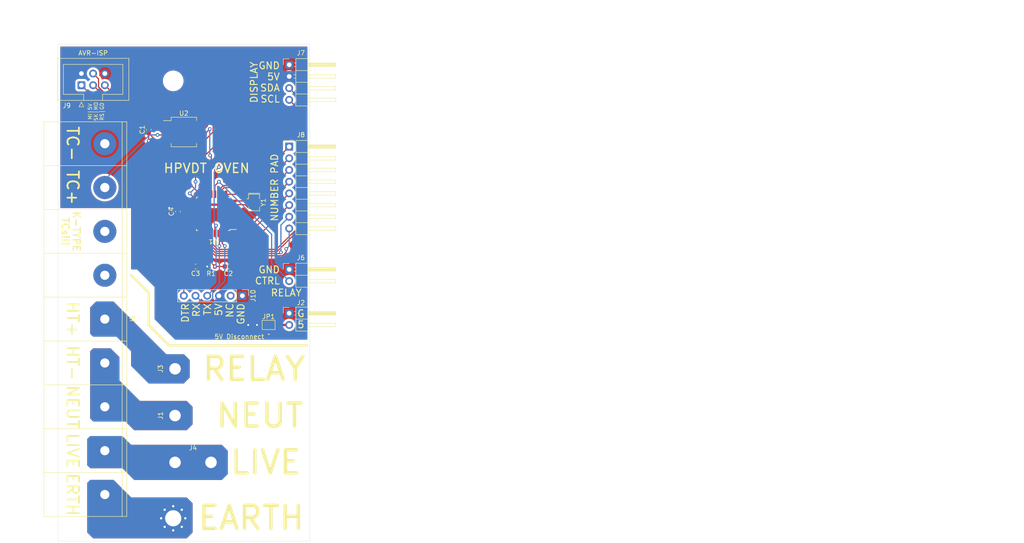
<source format=kicad_pcb>
(kicad_pcb (version 20211014) (generator pcbnew)
  (title_block (title "Oven") (date "2021-06-02") (rev "1.0") (company "HPVDT") (comment 1 "Based off an Arduino Nano, can be used as one.") (comment 2 "screen, 5V charger, solid state relay, and a keypad.") (comment 3 "Designed to fit in an old metal power supply case along side a ") (comment 4 "Oven control board"))
  (layers (0 "F.Cu" signal) (31 "B.Cu" signal) (34 "B.Paste" user) (35 "F.Paste" user) (36 "B.SilkS" user "B.Silkscreen") (37 "F.SilkS" user "F.Silkscreen") (38 "B.Mask" user) (39 "F.Mask" user) (44 "Edge.Cuts" user))
  (net 0 "")
  (net 1 "NEUT")
  (net 2 "LINE")
  (net 3 "GNDPWR")
  (net 4 "GND")
  (net 5 "+5V")
  (net 6 "Net-(U1-Pad8)")
  (net 7 "Net-(U1-Pad7)")
  (net 8 "/RST")
  (net 9 "/DTR")
  (net 10 "Net-(J2-Pad2)")
  (net 11 "/TC+")
  (net 12 "/RELAY")
  (net 13 "/SCL")
  (net 14 "/SDA")
  (net 17 "/ROW_{1}")
  (net 18 "/ROW_{2}")
  (net 19 "/ROW_{3}")
  (net 20 "/ROW_{4}")
  (net 21 "/COL_{1}")
  (net 22 "/COL_{2}")
  (net 23 "/MOSI")
  (net 24 "/SCK")
  (net 25 "/MISO")
  (net 26 "/TX")
  (net 27 "/RX")
  (net 28 "/TCSS")
  (net 29 "/RELAY_RTN")
  (net 30 "/COL_{3")
  (net 31 "/COL_{4}")
  (footprint "oven:9POS-TERMBLOCK" (layer "F.Cu") (at 69.5325 114.3 -90)
    (fp_text reference "J5" (at 0 -1.27 90) (layer "F.SilkS"))
    (fp_text value "OUTPUT")
    (pad "1" thru_hole circle locked (at -38.1 4.7625 270) (size 5 5) (drill 2) (layers *.Cu *.Mask) (net 4 "GND"))
    (pad "2" thru_hole circle locked (at -28.575 4.7625 270) (size 5 5) (drill 2) (layers *.Cu *.Mask) (net 11 "/TC+"))
    (pad "3" thru_hole circle locked (at -19.05 4.7625 270) (size 5 5) (drill 2) (layers *.Cu *.Mask))
    (pad "4" thru_hole circle locked (at -9.525 4.7625 270) (size 5 5) (drill 2) (layers *.Cu *.Mask))
    (pad "5" thru_hole circle locked (at 0 4.7625 270) (size 5 5) (drill 2) (layers *.Cu *.Mask) (net 29 "/RELAY_RTN"))
    (pad "6" thru_hole circle locked (at 9.525 4.7625 270) (size 5 5) (drill 2) (layers *.Cu *.Mask) (net 1 "NEUT"))
    (pad "7" thru_hole circle locked (at 19.05 4.7625 270) (size 5 5) (drill 2) (layers *.Cu *.Mask) (net 1 "NEUT"))
    (pad "8" thru_hole circle locked (at 28.575 4.7625 270) (size 5 5) (drill 2) (layers *.Cu *.Mask) (net 2 "LINE"))
    (pad "9" thru_hole circle locked (at 38.1 4.7625 270) (size 5 5) (drill 2) (layers *.Cu *.Mask) (net 3 "GNDPWR"))
  )
  (footprint "Package_QFP:TQFP-32_7x7mm_P0.8mm" (layer "F.Cu") (at 88.265 91.44 180)
    (fp_text reference "U1" (at 0 -6.05 180 unlocked) (layer "F.SilkS"))
    (fp_text value "ATmega328-AU")
    (pad "1" smd rect locked (at -4.25 -2.8 180) (size 1.6 0.55) (layers "F.Cu" "F.Paste" "F.Mask") (net 17 "/ROW_{1}"))
    (pad "2" smd rect locked (at -4.25 -2 180) (size 1.6 0.55) (layers "F.Cu" "F.Paste" "F.Mask") (net 31 "/COL_{4}"))
    (pad "3" smd rect locked (at -4.25 -1.2 180) (size 1.6 0.55) (layers "F.Cu" "F.Paste" "F.Mask") (net 4 "GND"))
    (pad "4" smd rect locked (at -4.25 -0.4 180) (size 1.6 0.55) (layers "F.Cu" "F.Paste" "F.Mask") (net 5 "+5V"))
    (pad "5" smd rect locked (at -4.25 0.4 180) (size 1.6 0.55) (layers "F.Cu" "F.Paste" "F.Mask") (net 4 "GND"))
    (pad "6" smd rect locked (at -4.25 1.2 180) (size 1.6 0.55) (layers "F.Cu" "F.Paste" "F.Mask") (net 5 "+5V"))
    (pad "7" smd rect locked (at -4.25 2 180) (size 1.6 0.55) (layers "F.Cu" "F.Paste" "F.Mask") (net 7 "Net-(U1-Pad7)"))
    (pad "8" smd rect locked (at -4.25 2.8 180) (size 1.6 0.55) (layers "F.Cu" "F.Paste" "F.Mask") (net 6 "Net-(U1-Pad8)"))
    (pad "9" smd rect locked (at -2.8 4.25 270) (size 1.6 0.55) (layers "F.Cu" "F.Paste" "F.Mask") (net 30 "/COL_{3"))
    (pad "10" smd rect locked (at -2 4.25 270) (size 1.6 0.55) (layers "F.Cu" "F.Paste" "F.Mask") (net 22 "/COL_{2}"))
    (pad "11" smd rect locked (at -1.2 4.25 270) (size 1.6 0.55) (layers "F.Cu" "F.Paste" "F.Mask") (net 21 "/COL_{1}"))
    (pad "12" smd rect locked (at -0.4 4.25 270) (size 1.6 0.55) (layers "F.Cu" "F.Paste" "F.Mask") (net 12 "/RELAY"))
    (pad "13" smd rect locked (at 0.4 4.25 270) (size 1.6 0.55) (layers "F.Cu" "F.Paste" "F.Mask") (net 28 "/TCSS"))
    (pad "14" smd rect locked (at 1.2 4.25 270) (size 1.6 0.55) (layers "F.Cu" "F.Paste" "F.Mask"))
    (pad "15" smd rect locked (at 2 4.25 270) (size 1.6 0.55) (layers "F.Cu" "F.Paste" "F.Mask") (net 23 "/MOSI"))
    (pad "16" smd rect locked (at 2.8 4.25 270) (size 1.6 0.55) (layers "F.Cu" "F.Paste" "F.Mask") (net 25 "/MISO"))
    (pad "17" smd rect locked (at 4.25 2.8 180) (size 1.6 0.55) (layers "F.Cu" "F.Paste" "F.Mask") (net 24 "/SCK"))
    (pad "18" smd rect locked (at 4.25 2 180) (size 1.6 0.55) (layers "F.Cu" "F.Paste" "F.Mask") (net 5 "+5V"))
    (pad "19" smd rect locked (at 4.25 1.2 180) (size 1.6 0.55) (layers "F.Cu" "F.Paste" "F.Mask"))
    (pad "20" smd rect locked (at 4.25 0.4 180) (size 1.6 0.55) (layers "F.Cu" "F.Paste" "F.Mask"))
    (pad "21" smd rect locked (at 4.25 -0.4 180) (size 1.6 0.55) (layers "F.Cu" "F.Paste" "F.Mask") (net 4 "GND"))
    (pad "22" smd rect locked (at 4.25 -1.2 180) (size 1.6 0.55) (layers "F.Cu" "F.Paste" "F.Mask"))
    (pad "23" smd rect locked (at 4.25 -2 180) (size 1.6 0.55) (layers "F.Cu" "F.Paste" "F.Mask"))
    (pad "24" smd rect locked (at 4.25 -2.8 180) (size 1.6 0.55) (layers "F.Cu" "F.Paste" "F.Mask"))
    (pad "25" smd rect locked (at 2.8 -4.25 270) (size 1.6 0.55) (layers "F.Cu" "F.Paste" "F.Mask") (net 20 "/ROW_{4}"))
    (pad "26" smd rect locked (at 2 -4.25 270) (size 1.6 0.55) (layers "F.Cu" "F.Paste" "F.Mask") (net 19 "/ROW_{3}"))
    (pad "27" smd rect locked (at 1.2 -4.25 270) (size 1.6 0.55) (layers "F.Cu" "F.Paste" "F.Mask") (net 14 "/SDA"))
    (pad "28" smd rect locked (at 0.4 -4.25 270) (size 1.6 0.55) (layers "F.Cu" "F.Paste" "F.Mask") (net 13 "/SCL"))
    (pad "29" smd rect locked (at -0.4 -4.25 270) (size 1.6 0.55) (layers "F.Cu" "F.Paste" "F.Mask") (net 8 "/RST"))
    (pad "30" smd rect locked (at -1.2 -4.25 270) (size 1.6 0.55) (layers "F.Cu" "F.Paste" "F.Mask") (net 27 "/RX"))
    (pad "31" smd rect locked (at -2 -4.25 270) (size 1.6 0.55) (layers "F.Cu" "F.Paste" "F.Mask") (net 26 "/TX"))
    (pad "32" smd rect locked (at -2.8 -4.25 270) (size 1.6 0.55) (layers "F.Cu" "F.Paste" "F.Mask") (net 18 "/ROW_{2}"))
  )
  (footprint "MountingHole:MountingHole_3.5mm_Pad_Via" (layer "F.Cu") (at 79.61 157.56)
    (fp_text reference "H1")
    (fp_text value "M3")
    (pad "1" thru_hole circle locked (at 2.625 0) (size 0.8 0.8) (drill 0.5) (layers *.Cu *.Mask) (net 3 "GNDPWR"))
    (pad "1" thru_hole circle locked (at -2.625 0) (size 0.8 0.8) (drill 0.5) (layers *.Cu *.Mask) (net 3 "GNDPWR"))
    (pad "1" thru_hole circle locked (at 0 2.625) (size 0.8 0.8) (drill 0.5) (layers *.Cu *.Mask) (net 3 "GNDPWR"))
    (pad "1" thru_hole circle locked (at 0 0) (size 7 7) (drill 3.5) (layers *.Cu *.Mask) (net 3 "GNDPWR"))
    (pad "1" thru_hole circle locked (at -1.856155 1.856155) (size 0.8 0.8) (drill 0.5) (layers *.Cu *.Mask) (net 3 "GNDPWR"))
    (pad "1" thru_hole circle locked (at 0 -2.625) (size 0.8 0.8) (drill 0.5) (layers *.Cu *.Mask) (net 3 "GNDPWR"))
    (pad "1" thru_hole circle locked (at -1.856155 -1.856155) (size 0.8 0.8) (drill 0.5) (layers *.Cu *.Mask) (net 3 "GNDPWR"))
    (pad "1" thru_hole circle locked (at 1.856155 -1.856155) (size 0.8 0.8) (drill 0.5) (layers *.Cu *.Mask) (net 3 "GNDPWR"))
    (pad "1" thru_hole circle locked (at 1.856155 1.856155) (size 0.8 0.8) (drill 0.5) (layers *.Cu *.Mask) (net 3 "GNDPWR"))
  )
  (footprint "MountingHole:MountingHole_3.5mm" (layer "F.Cu") (at 79.61 62.56)
    (fp_text reference "H2")
    (fp_text value "M3")
    (pad "" np_thru_hole circle locked (at 0 0) (size 3.5 3.5) (drill 3.5) (layers *.Cu *.Mask))
  )
  (footprint "Capacitor_SMD:C_0603_1608Metric" (layer "F.Cu") (at 74.295 73.165 -90)
    (fp_text reference "C1" (at -0.013 1.397 90) (layer "F.SilkS"))
    (fp_text value "100n")
    (pad "1" smd roundrect locked (at -0.775 0 270) (size 0.9 0.95) (layers "F.Cu" "F.Paste" "F.Mask") (net 4 "GND"))
    (pad "2" smd roundrect locked (at 0.775 0 270) (size 0.9 0.95) (layers "F.Cu" "F.Paste" "F.Mask") (net 5 "+5V"))
  )
  (footprint "Capacitor_SMD:C_0603_1608Metric" (layer "F.Cu") (at 91.58 102.87 180)
    (fp_text reference "C2" (at 0 -1.524) (layer "F.SilkS"))
    (fp_text value "4n7")
    (pad "1" smd roundrect locked (at -0.775 0 180) (size 0.9 0.95) (layers "F.Cu" "F.Paste" "F.Mask") (net 4 "GND"))
    (pad "2" smd roundrect locked (at 0.775 0 180) (size 0.9 0.95) (layers "F.Cu" "F.Paste" "F.Mask") (net 8 "/RST"))
  )
  (footprint "Capacitor_SMD:C_0603_1608Metric" (layer "F.Cu") (at 84.455 102.87)
    (fp_text reference "C3" (at 0 1.524) (layer "F.SilkS"))
    (fp_text value "100n")
    (pad "1" smd roundrect locked (at -0.775 0) (size 0.9 0.95) (layers "F.Cu" "F.Paste" "F.Mask") (net 9 "/DTR"))
    (pad "2" smd roundrect locked (at 0.775 0) (size 0.9 0.95) (layers "F.Cu" "F.Paste" "F.Mask") (net 8 "/RST"))
  )
  (footprint "Capacitor_SMD:C_0603_1608Metric" (layer "F.Cu") (at 80.645 90.945 90)
    (fp_text reference "C4" (at 0 -1.43 90) (layer "F.SilkS"))
    (fp_text value "100n")
    (pad "1" smd roundrect locked (at -0.775 0 90) (size 0.9 0.95) (layers "F.Cu" "F.Paste" "F.Mask") (net 4 "GND"))
    (pad "2" smd roundrect locked (at 0.775 0 90) (size 0.9 0.95) (layers "F.Cu" "F.Paste" "F.Mask") (net 5 "+5V"))
  )
  (footprint "Connector_PinHeader_2.54mm:PinHeader_1x02_P2.54mm_Horizontal" (layer "F.Cu") (at 104.775 113.03)
    (fp_text reference "J2" (at 2.54 -2.27) (layer "F.SilkS"))
    (fp_text value "5V_IN")
    (pad "1" thru_hole rect locked (at 0 0) (size 1.7 1.7) (drill 1) (layers *.Cu *.Mask) (net 4 "GND"))
    (pad "2" thru_hole oval locked (at 0 2.54) (size 1.7 1.7) (drill 1) (layers *.Cu *.Mask) (net 10 "Net-(J2-Pad2)"))
  )
  (footprint "Connector_Wire:SolderWire-2sqmm_1x01_D2mm_OD3.9mm" (layer "F.Cu") (at 80.01 125.095 90)
    (fp_text reference "J3" (at 0 -3.15 90) (layer "F.SilkS"))
    (fp_text value "RELAY_PWR")
    (pad "1" thru_hole roundrect locked (at 0 0 90) (size 3.9 3.9) (drill 2.5) (layers *.Cu *.Mask) (roundrect_rratio 0.06410307692) (net 29 "/RELAY_RTN"))
  )
  (footprint "Connector_Wire:SolderWire-2sqmm_1x02_P7.8mm_D2mm_OD3.9mm" (layer "F.Cu") (at 80.01 145.415)
    (fp_text reference "J4" (at 3.9 -3.15) (layer "F.SilkS"))
    (fp_text value "LIVE")
    (pad "1" thru_hole roundrect locked (at 0 0) (size 3.9 3.9) (drill 2.5) (layers *.Cu *.Mask) (roundrect_rratio 0.06410307692) (net 2 "LINE"))
    (pad "2" thru_hole circle locked (at 7.8 0) (size 3.9 3.9) (drill 2.5) (layers *.Cu *.Mask) (net 2 "LINE"))
  )
  (footprint "Connector_PinHeader_2.54mm:PinHeader_1x02_P2.54mm_Horizontal" (layer "F.Cu") (at 104.775 103.505)
    (fp_text reference "J6" (at 2.54 -2.54) (layer "F.SilkS"))
    (fp_text value "RELAY_CTRL")
    (pad "1" thru_hole rect locked (at 0 0) (size 1.7 1.7) (drill 1) (layers *.Cu *.Mask) (net 4 "GND"))
    (pad "2" thru_hole oval locked (at 0 2.54) (size 1.7 1.7) (drill 1) (layers *.Cu *.Mask) (net 12 "/RELAY"))
  )
  (footprint "Connector_PinHeader_2.54mm:PinHeader_1x04_P2.54mm_Horizontal" (layer "F.Cu") (at 104.775 59.055)
    (fp_text reference "J7" (at 2.54 -2.54) (layer "F.SilkS"))
    (fp_text value "DISPLAY")
    (pad "1" thru_hole rect locked (at 0 0) (size 1.7 1.7) (drill 1) (layers *.Cu *.Mask) (net 4 "GND"))
    (pad "2" thru_hole oval locked (at 0 2.54) (size 1.7 1.7) (drill 1) (layers *.Cu *.Mask) (net 5 "+5V"))
    (pad "3" thru_hole oval locked (at 0 5.08) (size 1.7 1.7) (drill 1) (layers *.Cu *.Mask) (net 14 "/SDA"))
    (pad "4" thru_hole oval locked (at 0 7.62) (size 1.7 1.7) (drill 1) (layers *.Cu *.Mask) (net 13 "/SCL"))
  )
  (footprint "Connector_PinHeader_2.54mm:PinHeader_1x08_P2.54mm_Horizontal" (layer "F.Cu") (at 104.775 76.835)
    (fp_text reference "J8" (at 2.54 -2.54) (layer "F.SilkS"))
    (fp_text value "NUMPAD")
    (pad "1" thru_hole rect locked (at 0 0) (size 1.7 1.7) (drill 1) (layers *.Cu *.Mask) (net 21 "/COL_{1}"))
    (pad "2" thru_hole oval locked (at 0 2.54) (size 1.7 1.7) (drill 1) (layers *.Cu *.Mask) (net 22 "/COL_{2}"))
    (pad "3" thru_hole oval locked (at 0 5.08) (size 1.7 1.7) (drill 1) (layers *.Cu *.Mask) (net 30 "/COL_{3"))
    (pad "4" thru_hole oval locked (at 0 7.62) (size 1.7 1.7) (drill 1) (layers *.Cu *.Mask) (net 31 "/COL_{4}"))
    (pad "5" thru_hole oval locked (at 0 10.16) (size 1.7 1.7) (drill 1) (layers *.Cu *.Mask) (net 17 "/ROW_{1}"))
    (pad "6" thru_hole oval locked (at 0 12.7) (size 1.7 1.7) (drill 1) (layers *.Cu *.Mask) (net 18 "/ROW_{2}"))
    (pad "7" thru_hole oval locked (at 0 15.24) (size 1.7 1.7) (drill 1) (layers *.Cu *.Mask) (net 19 "/ROW_{3}"))
    (pad "8" thru_hole oval locked (at 0 17.78) (size 1.7 1.7) (drill 1) (layers *.Cu *.Mask) (net 20 "/ROW_{4}"))
  )
  (footprint "Connector_PinHeader_2.54mm:PinHeader_1x06_P2.54mm_Vertical" (layer "F.Cu") (at 94.615 109.22 -90)
    (fp_text reference "J10" (at 0 -2.33 90) (layer "F.SilkS"))
    (fp_text value "SERIAL")
    (pad "1" thru_hole rect locked (at 0 0 270) (size 1.7 1.7) (drill 1) (layers *.Cu *.Mask) (net 4 "GND"))
    (pad "2" thru_hole oval locked (at 0 2.54 270) (size 1.7 1.7) (drill 1) (layers *.Cu *.Mask))
    (pad "3" thru_hole oval locked (at 0 5.08 270) (size 1.7 1.7) (drill 1) (layers *.Cu *.Mask) (net 5 "+5V"))
    (pad "4" thru_hole oval locked (at 0 7.62 270) (size 1.7 1.7) (drill 1) (layers *.Cu *.Mask) (net 27 "/RX"))
    (pad "5" thru_hole oval locked (at 0 10.16 270) (size 1.7 1.7) (drill 1) (layers *.Cu *.Mask) (net 26 "/TX"))
    (pad "6" thru_hole oval locked (at 0 12.7 270) (size 1.7 1.7) (drill 1) (layers *.Cu *.Mask) (net 9 "/DTR"))
  )
  (footprint "Jumper:SolderJumper-2_P1.3mm_Bridged_Pad1.0x1.5mm" (layer "F.Cu") (at 100.315 115.57)
    (fp_text reference "JP1" (at 0 -1.8) (layer "F.SilkS"))
    (fp_text value "5V_{SUP}")
    (fp_poly (pts (xy -0.25 -0.3) (xy 0.25 -0.3) (xy 0.25 0.3) (xy -0.25 0.3)) (layer "F.Cu") (width 0) (fill solid))
    (pad "1" smd rect locked (at -0.65 0) (size 1 1.5) (layers "F.Cu" "F.Mask") (net 5 "+5V"))
    (pad "2" smd rect locked (at 0.65 0) (size 1 1.5) (layers "F.Cu" "F.Mask") (net 10 "Net-(J2-Pad2)"))
  )
  (footprint "Resistor_SMD:R_0603_1608Metric" (layer "F.Cu") (at 87.82 102.87)
    (fp_text reference "R1" (at 0 1.524) (layer "F.SilkS"))
    (fp_text value "10K")
    (pad "1" smd roundrect locked (at -0.825 0) (size 0.8 0.95) (layers "F.Cu" "F.Paste" "F.Mask") (net 5 "+5V"))
    (pad "2" smd roundrect locked (at 0.825 0) (size 0.8 0.95) (layers "F.Cu" "F.Paste" "F.Mask") (net 8 "/RST"))
  )
  (footprint "Package_SO:SO-8_5.3x6.2mm_P1.27mm" (layer "F.Cu") (at 81.915 73.66)
    (fp_text reference "U2" (at 0 -4.05) (layer "F.SilkS"))
    (fp_text value "MAX6675")
    (pad "1" smd roundrect locked (at -3.5 -1.905) (size 1.9 0.6) (layers "F.Cu" "F.Paste" "F.Mask") (net 4 "GND"))
    (pad "2" smd roundrect locked (at -3.5 -0.635) (size 1.9 0.6) (layers "F.Cu" "F.Paste" "F.Mask") (net 4 "GND"))
    (pad "3" smd roundrect locked (at -3.5 0.635) (size 1.9 0.6) (layers "F.Cu" "F.Paste" "F.Mask") (net 11 "/TC+"))
    (pad "4" smd roundrect locked (at -3.5 1.905) (size 1.9 0.6) (layers "F.Cu" "F.Paste" "F.Mask") (net 5 "+5V"))
    (pad "5" smd roundrect locked (at 3.5 1.905) (size 1.9 0.6) (layers "F.Cu" "F.Paste" "F.Mask") (net 24 "/SCK"))
    (pad "6" smd roundrect locked (at 3.5 0.635) (size 1.9 0.6) (layers "F.Cu" "F.Paste" "F.Mask") (net 28 "/TCSS"))
    (pad "7" smd roundrect locked (at 3.5 -0.635) (size 1.9 0.6) (layers "F.Cu" "F.Paste" "F.Mask") (net 25 "/MISO"))
    (pad "8" smd roundrect locked (at 3.5 -1.905) (size 1.9 0.6) (layers "F.Cu" "F.Paste" "F.Mask"))
  )
  (footprint "Crystal:Resonator_SMD_muRata_CSTxExxV-3Pin_3.0x1.1mm" (layer "F.Cu") (at 97.155 88.97 -90)
    (fp_text reference "Y1" (at 0 -2 90) (layer "F.SilkS"))
    (fp_text value "16M")
    (pad "1" smd rect locked (at -1.2 0 270) (size 0.4 1.9) (layers "F.Cu" "F.Paste" "F.Mask") (net 6 "Net-(U1-Pad8)"))
    (pad "2" smd rect locked (at 0 0 270) (size 0.4 1.9) (layers "F.Cu" "F.Paste" "F.Mask") (net 4 "GND"))
    (pad "3" smd rect locked (at 1.2 0 270) (size 0.4 1.9) (layers "F.Cu" "F.Paste" "F.Mask") (net 7 "Net-(U1-Pad7)"))
  )
  (footprint "Connector_Wire:SolderWire-2sqmm_1x01_D2mm_OD3.9mm" (layer "F.Cu") (at 80.01 135.255 90)
    (fp_text reference "J1" (at 0 -3.15 90) (layer "F.SilkS"))
    (fp_text value "NEUTRAL")
    (pad "1" thru_hole roundrect locked (at 0 0 90) (size 3.9 3.9) (drill 2.5) (layers *.Cu *.Mask) (roundrect_rratio 0.06410307692) (net 1 "NEUT"))
  )
  (footprint "Connector_IDC:IDC-Header_2x03_P2.54mm_Vertical" (layer "F.Cu") (at 59.69 63.5 90)
    (fp_text reference "J9" (at -4.445 -3.175 180) (layer "F.SilkS"))
    (fp_text value "AVR-ISP-6")
    (pad "1" thru_hole roundrect locked (at 0 0 90) (size 1.7 1.7) (drill 1) (layers *.Cu *.Mask) (roundrect_rratio 0.1470588235) (net 25 "/MISO"))
    (pad "2" thru_hole circle locked (at 2.54 0 90) (size 1.7 1.7) (drill 1) (layers *.Cu *.Mask) (net 5 "+5V"))
    (pad "3" thru_hole circle locked (at 0 2.54 90) (size 1.7 1.7) (drill 1) (layers *.Cu *.Mask) (net 24 "/SCK"))
    (pad "4" thru_hole circle locked (at 2.54 2.54 90) (size 1.7 1.7) (drill 1) (layers *.Cu *.Mask) (net 23 "/MOSI"))
    (pad "5" thru_hole circle locked (at 0 5.08 90) (size 1.7 1.7) (drill 1) (layers *.Cu *.Mask) (net 8 "/RST"))
    (pad "6" thru_hole circle locked (at 2.54 5.08 90) (size 1.7 1.7) (drill 1) (layers *.Cu *.Mask) (net 4 "GND"))
  )
  (gr_line (start 70.485 104.775) (end 74.295 108.585) (layer "F.SilkS") (width 0.5))
  (gr_line (start 74.295 115.57) (end 78.74 120.015) (layer "F.SilkS") (width 0.5))
  (gr_line (start 74.295 108.585) (end 74.295 115.57) (layer "F.SilkS") (width 0.5))
  (gr_line (start 78.74 120.015) (end 108.585 120.015) (layer "F.SilkS") (width 0.5))
  (gr_line (start 109.22 162.56) (end 54.61 162.56) (layer "Edge.Cuts") (width 0.05))
  (gr_line (start 54.61 162.56) (end 54.61 54.61) (layer "Edge.Cuts") (width 0.05))
  (gr_line (start 109.22 125.73) (end 109.22 162.56) (layer "Edge.Cuts") (width 0.05))
  (gr_line (start 54.61 54.61) (end 109.22 54.61) (layer "Edge.Cuts") (width 0.05))
  (gr_line (start 109.22 54.61) (end 109.22 110.49) (layer "Edge.Cuts") (width 0.05))
  (gr_line (start 109.22 110.49) (end 109.22 125.73) (layer "Edge.Cuts") (width 0.05))
  (gr_text "TC+" (at 57.785 85.725 -90) (layer "F.SilkS") (effects (font (size 2.5 2.5) (thickness 0.375))))
  (gr_text "5V Disconnect ^" (at 94.615 118.11) (layer "F.SilkS") (effects (font (size 1 1))))
  (gr_text "LIVE" (at 57.785 142.875 -90) (layer "F.SilkS") (effects (font (size 2.5 2.5) (thickness 0.375))))
  (gr_text "NEUT" (at 57.785 133.35 -90) (layer "F.SilkS") (effects (font (size 2.5 2.5) (thickness 0.375))))
  (gr_text "HT-" (at 57.785 123.825 -90) (layer "F.SilkS") (effects (font (size 2.5 2.5) (thickness 0.375))))
  (gr_text "K-TYPE\nTCs!!!" (at 57.404 95.25 -90) (layer "F.SilkS") (effects (font (size 1.5 1.5) (thickness 0.3))))
  (gr_text "DISPLAY" (at 97.155 62.865 90) (layer "F.SilkS") (effects (font (size 1.5 1.5) (thickness 0.225))))
  (gr_text "NEUT" (at 98.425 135.255) (layer "F.SilkS") (effects (font (size 5 5) (thickness 0.75))))
  (gr_text "EARTH" (at 96.52 157.48) (layer "F.SilkS") (effects (font (size 5 5) (thickness 0.75))))
  (gr_text "DTR\nRX\nTX\n5V\nNC\nGND" (at 88.265 110.744 90) (layer "F.SilkS") (effects (font (size 1.5 1.5) (thickness 0.225)) (justify right)))
  (gr_text "GND\nCTRL" (at 102.87 104.775) (layer "F.SilkS") (effects (font (size 1.5 1.5) (thickness 0.225)) (justify right)))
  (gr_text "TC-" (at 57.785 76.2 -90) (layer "F.SilkS") (effects (font (size 2.5 2.5) (thickness 0.375))))
  (gr_text "RELAY" (at 104.14 108.585) (layer "F.SilkS") (effects (font (size 1.5 1.5) (thickness 0.225))))
  (gr_text "HT+" (at 57.785 114.3 -90) (layer "F.SilkS") (effects (font (size 2.5 2.5) (thickness 0.375))))
  (gr_text "ERTH" (at 57.785 152.4 -90) (layer "F.SilkS") (effects (font (size 2.5 2.5) (thickness 0.375))))
  (gr_text "G\n5" (at 107.315 114.3) (layer "F.SilkS") (effects (font (size 1.5 1.5) (thickness 0.225))))
  (gr_text "RELAY" (at 97.155 125.095) (layer "F.SilkS") (effects (font (size 5 5) (thickness 0.75))))
  (gr_text "MI|5V\nSK|MO\nRS|GD" (at 62.865 69.215 90) (layer "F.SilkS") (effects (font (size 0.8 0.8) (thickness 0.12))))
  (gr_text "AVR-ISP" (at 62.23 56.515) (layer "F.SilkS") (effects (font (size 1 1))))
  (gr_text "GND\n5V\nSDA\nSCL" (at 102.87 62.865) (layer "F.SilkS") (effects (font (size 1.5 1.5) (thickness 0.225)) (justify right)))
  (gr_text "HPVDT OVEN" (at 86.868 81.534) (layer "F.SilkS") (effects (font (size 2 2) (thickness 0.3))))
  (gr_text "LIVE" (at 99.695 145.415) (layer "F.SilkS") (effects (font (size 5 5) (thickness 0.75))))
  (gr_text "NUMBER PAD" (at 101.6 85.725 90) (layer "F.SilkS") (effects (font (size 1.5 1.5) (thickness 0.225))))
  (segment (start 91.654998 92.64) (end 92.515 92.64) (width 0.25) (layer "F.Cu") (net 4))
  (segment (start 91.429998 92.64) (end 90.629998 91.84) (width 0.5) (layer "F.Cu") (net 4))
  (segment (start 92.515 92.64) (end 91.429998 92.64) (width 0.5) (layer "F.Cu") (net 4))
  (segment (start 91.264999 91.204999) (end 91.264999 92.475001) (width 0.5) (layer "F.Cu") (net 4))
  (segment (start 90.854998 91.84) (end 91.654998 92.64) (width 0.25) (layer "F.Cu") (net 4))
  (segment (start 99.695 89.535) (end 96.59 92.64) (width 0.25) (layer "F.Cu") (net 4))
  (segment (start 92.515 91.04) (end 91.429998 91.04) (width 0.5) (layer "F.Cu") (net 4))
  (segment (start 84.015 91.84) (end 90.854998 91.84) (width 0.25) (layer "F.Cu") (net 4))
  (segment (start 99.13 88.97) (end 99.695 89.535) (width 0.25) (layer "F.Cu") (net 4))
  (segment (start 90.629998 91.84) (end 84.015 91.84) (width 0.5) (layer "F.Cu") (net 4))
  (segment (start 80.765 91.84) (end 80.645 91.72) (width 0.5) (layer "F.Cu") (net 4))
  (segment (start 91.429998 91.04) (end 91.264999 91.204999) (width 0.5) (layer "F.Cu") (net 4))
  (segment (start 96.59 92.64) (end 92.515 92.64) (width 0.25) (layer "F.Cu") (net 4))
  (segment (start 84.015 91.84) (end 80.765 91.84) (width 0.5) (layer "F.Cu") (net 4))
  (segment (start 97.155 88.97) (end 99.13 88.97) (width 0.25) (layer "F.Cu") (net 4))
  (segment (start 91.264999 92.475001) (end 91.429998 92.64) (width 0.5) (layer "F.Cu") (net 4))
  (segment (start 93.600002 91.84) (end 92.515 91.84) (width 0.5) (layer "F.Cu") (net 5))
  (segment (start 92.515 90.24) (end 93.600002 90.24) (width 0.5) (layer "F.Cu") (net 5))
  (segment (start 81.375 89.44) (end 84.015 89.44) (width 0.5) (layer "F.Cu") (net 5))
  (segment (start 91.429998 90.24) (end 92.515 90.24) (width 0.5) (layer "F.Cu") (net 5))
  (segment (start 93.765001 90.404999) (end 93.765001 91.675001) (width 0.5) (layer "F.Cu") (net 5))
  (segment (start 99.665 115.57) (end 97.79 115.57) (width 0.5) (layer "F.Cu") (net 5))
  (segment (start 74.295 73.94) (end 74.295 75.565) (width 0.25) (layer "F.Cu") (net 5))
  (segment (start 95.885 115.57) (end 97.79 115.57) (width 0.5) (layer "F.Cu") (net 5))
  (segment (start 93.765001 91.675001) (end 93.600002 91.84) (width 0.5) (layer "F.Cu") (net 5))
  (segment (start 93.600002 90.24) (end 93.765001 90.404999) (width 0.5) (layer "F.Cu") (net 5))
  (segment (start 78.74 90.17) (end 80.645 90.17) (width 0.5) (layer "F.Cu") (net 5))
  (segment (start 90.629998 89.44) (end 91.429998 90.24) (width 0.5) (layer "F.Cu") (net 5))
  (segment (start 84.015 89.44) (end 90.629998 89.44) (width 0.5) (layer "F.Cu") (net 5))
  (segment (start 80.645 90.17) (end 81.375 89.44) (width 0.5) (layer "F.Cu") (net 5))
  (segment (start 74.295 73.94) (end 75.92 75.565) (width 0.25) (layer "F.Cu") (net 5))
  (segment (start 75.92 75.565) (end 78.415 75.565) (width 0.25) (layer "F.Cu") (net 5))
  (via (at 95.885 115.57) (size 0.8) (drill 0.4) (layers "F.Cu" "B.Cu") (net 5))
  (via (at 74.295 75.565) (size 0.8) (drill 0.4) (layers "F.Cu" "B.Cu") (net 5))
  (via (at 86.995 102.87) (size 0.8) (drill 0.4) (layers "F.Cu" "B.Cu") (net 5))
  (via (at 97.79 115.57) (size 0.8) (drill 0.4) (layers "F.Cu" "B.Cu") (net 5))
  (via (at 78.74 90.17) (size 0.8) (drill 0.4) (layers "F.Cu" "B.Cu") (net 5))
  (segment (start 74.295 75.565) (end 74.295 90.17) (width 0.25) (layer "B.Cu") (net 5))
  (segment (start 78.74 90.17) (end 74.295 90.17) (width 0.25) (layer "B.Cu") (net 5))
  (segment (start 95.885 115.57) (end 89.535 109.22) (width 0.5) (layer "B.Cu") (net 5))
  (segment (start 74.295 90.17) (end 86.995 102.87) (width 0.25) (layer "B.Cu") (net 5))
  (segment (start 95.745 87.77) (end 97.155 87.77) (width 0.25) (layer "F.Cu") (net 6))
  (segment (start 92.515 88.64) (end 94.875 88.64) (width 0.25) (layer "F.Cu") (net 6))
  (segment (start 94.875 88.64) (end 95.745 87.77) (width 0.25) (layer "F.Cu") (net 6))
  (segment (start 95.955 90.17) (end 95.225 89.44) (width 0.25) (layer "F.Cu") (net 7))
  (segment (start 97.155 90.17) (end 95.955 90.17) (width 0.25) (layer "F.Cu") (net 7))
  (segment (start 95.225 89.44) (end 92.515 89.44) (width 0.25) (layer "F.Cu") (net 7))
  (segment (start 67.945 66.675) (end 85.72782 66.675) (width 0.25) (layer "F.Cu") (net 8))
  (segment (start 64.77 63.5) (end 67.945 66.675) (width 0.25) (layer "F.Cu") (net 8))
  (segment (start 88.645 102.87) (end 90.805 102.87) (width 0.25) (layer "F.Cu") (net 8))
  (segment (start 88.665 94.215) (end 88.9 93.98) (width 0.25) (layer "F.Cu") (net 8))
  (segment (start 85.72782 66.675) (end 89.535 70.48218) (width 0.25) (layer "F.Cu") (net 8))
  (segment (start 88.665 95.69) (end 88.665 94.215) (width 0.25) (layer "F.Cu") (net 8))
  (segment (start 89.535 70.48218) (end 89.535 81.28) (width 0.25) (layer "F.Cu") (net 8))
  (segment (start 85.23 102.87) (end 86.03001 102.06999) (width 0.25) (layer "F.Cu") (net 8))
  (segment (start 86.03001 102.06999) (end 87.84499 102.06999) (width 0.25) (layer "F.Cu") (net 8))
  (segment (start 87.84499 102.06999) (end 88.645 102.87) (width 0.25) (layer "F.Cu") (net 8))
  (via (at 88.645 102.87) (size 0.8) (drill 0.4) (layers "F.Cu" "B.Cu") (net 8))
  (via (at 89.535 81.28) (size 0.8) (drill 0.4) (layers "F.Cu" "B.Cu") (net 8))
  (via (at 88.9 93.98) (size 0.8) (drill 0.4) (layers "F.Cu" "B.Cu") (net 8))
  (segment (start 88.500001 82.314999) (end 89.535 81.28) (width 0.25) (layer "B.Cu") (net 8))
  (segment (start 88.500001 93.580001) (end 88.500001 82.314999) (width 0.25) (layer "B.Cu") (net 8))
  (segment (start 88.9 102.615) (end 88.645 102.87) (width 0.25) (layer "B.Cu") (net 8))
  (segment (start 88.9 93.98) (end 88.9 102.615) (width 0.25) (layer "B.Cu") (net 8))
  (segment (start 88.9 93.98) (end 88.500001 93.580001) (width 0.25) (layer "B.Cu") (net 8))
  (segment (start 81.915 104.635) (end 83.68 102.87) (width 0.25) (layer "F.Cu") (net 9))
  (segment (start 81.915 109.22) (end 81.915 104.635) (width 0.25) (layer "F.Cu") (net 9))
  (segment (start 100.965 115.57) (end 104.775 115.57) (width 0.5) (layer "F.Cu") (net 10))
  (segment (start 78.415 74.295) (end 76.2 74.295) (width 0.25) (layer "F.Cu") (net 11))
  (via (at 76.2 74.295) (size 0.8) (drill 0.4) (layers "F.Cu" "B.Cu") (net 11))
  (segment (start 76.2 74.295) (end 74.491998 74.295) (width 0.25) (layer "B.Cu") (net 11))
  (segment (start 64.77 84.016998) (end 64.77 85.725) (width 0.25) (layer "B.Cu") (net 11))
  (segment (start 74.491998 74.295) (end 64.77 84.016998) (width 0.25) (layer "B.Cu") (net 11))
  (segment (start 88.665 87.19) (end 88.665 85.325) (width 0.25) (layer "F.Cu") (net 12))
  (segment (start 88.665 85.325) (end 89.535 84.455) (width 0.25) (layer "F.Cu") (net 12))
  (via (at 89.535 84.455) (size 0.8) (drill 0.4) (layers "F.Cu" "B.Cu") (net 12))
  (segment (start 89.535 84.455) (end 100.965 95.885) (width 0.25) (layer "B.Cu") (net 12))
  (segment (start 104.775 106.045) (end 100.965 102.235) (width 0.25) (layer "B.Cu") (net 12))
  (segment (start 100.965 95.885) (end 100.965 102.235) (width 0.25) (layer "B.Cu") (net 12))
  (segment (start 106.68 68.58) (end 106.68 94.449002) (width 0.25) (layer "F.Cu") (net 13))
  (segment (start 89.276999 99.150001) (end 87.865 97.738002) (width 0.25) (layer "F.Cu") (net 13))
  (segment (start 101.979001 99.150001) (end 89.276999 99.150001) (width 0.25) (layer "F.Cu") (net 13))
  (segment (start 104.775 66.675) (end 106.68 68.58) (width 0.25) (layer "F.Cu") (net 13))
  (segment (start 87.865 97.738002) (end 87.865 95.69) (width 0.25) (layer "F.Cu") (net 13))
  (segment (start 106.68 94.449002) (end 101.979001 99.150001) (width 0.25) (layer "F.Cu") (net 13))
  (segment (start 87.065 97.574412) (end 89.090599 99.600011) (width 0.25) (layer "F.Cu") (net 14))
  (segment (start 102.165402 99.60001) (end 107.13001 94.635402) (width 0.25) (layer "F.Cu") (net 14))
  (segment (start 107.13001 94.635402) (end 107.13001 66.49001) (width 0.25) (layer "F.Cu") (net 14))
  (segment (start 107.13001 66.49001) (end 104.775 64.135) (width 0.25) (layer "F.Cu") (net 14))
  (segment (start 89.090599 99.600011) (end 102.165402 99.60001) (width 0.25) (layer "F.Cu") (net 14))
  (segment (start 87.065 95.69) (end 87.065 97.574412) (width 0.25) (layer "F.Cu") (net 14))
  (segment (start 97.53 94.24) (end 104.775 86.995) (width 0.25) (layer "F.Cu") (net 17))
  (segment (start 92.515 94.24) (end 97.53 94.24) (width 0.25) (layer "F.Cu") (net 17))
  (segment (start 91.065 95.69) (end 98.62 95.69) (width 0.25) (layer "F.Cu") (net 18))
  (segment (start 98.62 95.69) (end 104.775 89.535) (width 0.25) (layer "F.Cu") (net 18))
  (segment (start 86.265 97.41082) (end 88.9042 100.05002) (width 0.25) (layer "F.Cu") (net 19))
  (segment (start 102.740698 100.05002) (end 102.982859 99.807859) (width 0.25) (layer "F.Cu") (net 19))
  (segment (start 86.265 95.69) (end 86.265 97.41082) (width 0.25) (layer "F.Cu") (net 19))
  (segment (start 88.9042 100.05002) (end 102.740698 100.05002) (width 0.25) (layer "F.Cu") (net 19))
  (via (at 102.982859 99.807859) (size 0.8) (drill 0.4) (layers "F.Cu" "B.Cu") (net 19))
  (segment (start 102.982859 93.867141) (end 104.775 92.075) (width 0.25) (layer "B.Cu") (net 19))
  (segment (start 102.982859 99.807859) (end 102.982859 93.867141) (width 0.25) (layer "B.Cu") (net 19))
  (segment (start 88.75063 100.53286) (end 85.465 97.24723) (width 0.25) (layer "F.Cu") (net 20))
  (segment (start 85.465 97.24723) (end 85.465 95.69) (width 0.25) (layer "F.Cu") (net 20))
  (segment (start 104.14 99.06) (end 104.14 99.72372) (width 0.25) (layer "F.Cu") (net 20))
  (segment (start 104.14 99.72372) (end 103.33086 100.53286) (width 0.25) (layer "F.Cu") (net 20))
  (segment (start 103.33086 100.53286) (end 88.75063 100.53286) (width 0.25) (layer "F.Cu") (net 20))
  (via (at 104.14 99.06) (size 0.8) (drill 0.4) (layers "F.Cu" "B.Cu") (net 20))
  (segment (start 104.775 94.615) (end 104.775 98.425) (width 0.25) (layer "B.Cu") (net 20))
  (segment (start 104.775 98.425) (end 104.14 99.06) (width 0.25) (layer "B.Cu") (net 20))
  (segment (start 99.5086 85.27499) (end 90.493599 85.274991) (width 0.25) (layer "F.Cu") (net 21))
  (segment (start 104.775 76.835) (end 102.235 79.375) (width 0.25) (layer "F.Cu") (net 21))
  (segment (start 90.493599 85.274991) (end 89.465 86.30359) (width 0.25) (layer "F.Cu") (net 21))
  (segment (start 102.235 79.375) (end 102.235 82.54859) (width 0.25) (layer "F.Cu") (net 21))
  (segment (start 89.465 86.30359) (end 89.465 87.19) (width 0.25) (layer "F.Cu") (net 21))
  (segment (start 102.235 82.54859) (end 99.5086 85.27499) (width 0.25) (layer "F.Cu") (net 21))
  (segment (start 90.68 85.725) (end 99.695 85.725) (width 0.25) (layer "F.Cu") (net 22))
  (segment (start 102.87 81.28) (end 104.775 79.375) (width 0.25) (layer "F.Cu") (net 22))
  (segment (start 99.695 85.725) (end 102.87 82.55) (width 0.25) (layer "F.Cu") (net 22))
  (segment (start 90.265 86.14) (end 90.68 85.725) (width 0.25) (layer "F.Cu") (net 22))
  (segment (start 90.265 87.19) (end 90.265 86.14) (width 0.25) (layer "F.Cu") (net 22))
  (segment (start 102.87 82.55) (end 102.87 81.28) (width 0.25) (layer "F.Cu") (net 22))
  (segment (start 63.405001 62.135001) (end 62.23 60.96) (width 0.25) (layer "F.Cu") (net 23))
  (segment (start 85.72641 67.31) (end 66.840998 67.31) (width 0.25) (layer "F.Cu") (net 23))
  (segment (start 86.265 87.19) (end 86.265 79.031998) (width 0.25) (layer "F.Cu") (net 23))
  (segment (start 88.715009 76.581989) (end 88.715009 70.298599) (width 0.25) (layer "F.Cu") (net 23))
  (segment (start 86.265 79.031998) (end 88.715009 76.581989) (width 0.25) (layer "F.Cu") (net 23))
  (segment (start 63.405001 63.874003) (end 63.405001 62.135001) (width 0.25) (layer "F.Cu") (net 23))
  (segment (start 66.840998 67.31) (end 63.405001 63.874003) (width 0.25) (layer "F.Cu") (net 23))
  (segment (start 88.715009 70.298599) (end 85.72641 67.31) (width 0.25) (layer "F.Cu") (net 23))
  (segment (start 86.365 75.565) (end 88.265 73.665) (width 0.25) (layer "F.Cu") (net 24))
  (segment (start 88.265 73.665) (end 88.265 70.485) (width 0.25) (layer "F.Cu") (net 24))
  (segment (start 84.455 76.525) (end 85.415 75.565) (width 0.25) (layer "F.Cu") (net 24))
  (segment (start 66.49001 67.76001) (end 85.54001 67.76001) (width 0.25) (layer "F.Cu") (net 24))
  (segment (start 85.54001 67.76001) (end 88.265 70.485) (width 0.25) (layer "F.Cu") (net 24))
  (segment (start 84.015 87.825) (end 83.185 86.995) (width 0.25) (layer "F.Cu") (net 24))
  (segment (start 85.415 75.565) (end 86.365 75.565) (width 0.25) (layer "F.Cu") (net 24))
  (segment (start 62.23 63.5) (end 66.49001 67.76001) (width 0.25) (layer "F.Cu") (net 24))
  (segment (start 84.455 84.455) (end 84.455 76.525) (width 0.25) (layer "F.Cu") (net 24))
  (segment (start 84.015 88.64) (end 84.015 87.825) (width 0.25) (layer "F.Cu") (net 24))
  (via (at 83.185 86.995) (size 0.8) (drill 0.4) (layers "F.Cu" "B.Cu") (net 24))
  (via (at 84.455 84.455) (size 0.8) (drill 0.4) (layers "F.Cu" "B.Cu") (net 24))
  (segment (start 84.455 85.725) (end 84.455 84.455) (width 0.25) (layer "B.Cu") (net 24))
  (segment (start 83.185 86.995) (end 84.455 85.725) (width 0.25) (layer "B.Cu") (net 24))
  (segment (start 64.40002 68.21002) (end 59.69 63.5) (width 0.25) (layer "F.Cu") (net 25))
  (segment (start 84.465 73.025) (end 83.185 74.305) (width 0.25) (layer "F.Cu") (net 25))
  (segment (start 86.995 69.85141) (end 85.35361 68.21002) (width 0.25) (layer "F.Cu") (net 25))
  (segment (start 85.35361 68.21002) (end 64.40002 68.21002) (width 0.25) (layer "F.Cu") (net 25))
  (segment (start 86.365 73.025) (end 86.995 72.395) (width 0.25) (layer "F.Cu") (net 25))
  (segment (start 83.185 84.91) (end 85.465 87.19) (width 0.25) (layer "F.Cu") (net 25))
  (segment (start 85.415 73.025) (end 84.465 73.025) (width 0.25) (layer "F.Cu") (net 25))
  (segment (start 83.185 74.305) (end 83.185 84.91) (width 0.25) (layer "F.Cu") (net 25))
  (segment (start 86.995 72.395) (end 86.995 69.85141) (width 0.25) (layer "F.Cu") (net 25))
  (segment (start 85.415 73.025) (end 86.365 73.025) (width 0.25) (layer "F.Cu") (net 25))
  (segment (start 90.265 95.69) (end 90.265 97.885) (width 0.25) (layer "F.Cu") (net 26))
  (segment (start 90.265 97.885) (end 90.805 98.425) (width 0.25) (layer "F.Cu") (net 26))
  (via (at 90.805 98.425) (size 0.8) (drill 0.4) (layers "F.Cu" "B.Cu") (net 26))
  (segment (start 87.559001 110.395001) (end 85.630001 110.395001) (width 0.25) (layer "B.Cu") (net 26))
  (segment (start 90.805 106.04641) (end 88.170001 108.681409) (width 0.25) (layer "B.Cu") (net 26))
  (segment (start 90.805 98.425) (end 90.805 106.04641) (width 0.25) (layer "B.Cu") (net 26))
  (segment (start 85.630001 110.395001) (end 84.455 109.22) (width 0.25) (layer "B.Cu") (net 26))
  (segment (start 88.170001 108.681409) (end 88.170001 109.784001) (width 0.25) (layer "B.Cu") (net 26))
  (segment (start 88.170001 109.784001) (end 87.559001 110.395001) (width 0.25) (layer "B.Cu") (net 26))
  (segment (start 89.625 98.425) (end 89.625 95.85) (width 0.25) (layer "F.Cu") (net 27))
  (segment (start 89.625 95.85) (end 89.465 95.69) (width 0.25) (layer "F.Cu") (net 27))
  (via (at 89.625 98.425) (size 0.8) (drill 0.4) (layers "F.Cu" "B.Cu") (net 27))
  (segment (start 89.625 106.59) (end 89.625 98.425) (width 0.25) (layer "B.Cu") (net 27))
  (segment (start 86.995 109.22) (end 89.625 106.59) (width 0.25) (layer "B.Cu") (net 27))
  (segment (start 86.27 74.295) (end 87.54 73.025) (width 0.25) (layer "F.Cu") (net 28))
  (segment (start 87.865 78.975) (end 87.865 87.19) (width 0.25) (layer "F.Cu") (net 28))
  (segment (start 85.415 74.295) (end 86.27 74.295) (width 0.25) (layer "F.Cu") (net 28))
  (segment (start 87.63 78.74) (end 87.865 78.975) (width 0.25) (layer "F.Cu") (net 28))
  (via (at 87.54 73.025) (size 0.8) (drill 0.4) (layers "F.Cu" "B.Cu") (net 28))
  (via (at 87.63 78.74) (size 0.8) (drill 0.4) (layers "F.Cu" "B.Cu") (net 28))
  (segment (start 87.54 73.025) (end 87.54 78.65) (width 0.25) (layer "B.Cu") (net 28))
  (segment (start 87.54 78.65) (end 87.63 78.74) (width 0.25) (layer "B.Cu") (net 28))
  (segment (start 91.065 87.19) (end 99.5 87.19) (width 0.25) (layer "F.Cu") (net 30))
  (segment (start 99.5 87.19) (end 104.775 81.915) (width 0.25) (layer "F.Cu") (net 30))
  (segment (start 102.87 87.63) (end 97.06 93.44) (width 0.25) (layer "F.Cu") (net 31))
  (segment (start 97.06 93.44) (end 92.515 93.44) (width 0.25) (layer "F.Cu") (net 31))
  (segment (start 102.87 86.36) (end 102.87 87.63) (width 0.25) (layer "F.Cu") (net 31))
  (segment (start 104.775 84.455) (end 102.87 86.36) (width 0.25) (layer "F.Cu") (net 31))
  (zone (net 4) (net_name "GND") (layer "F.Cu") (connect_pads yes (clearance 0.508)) (min_thickness 0.254) (fill yes (thermal_gap 0.508) (thermal_bridge_width 0.508))
    (polygon (pts (xy 109.22 118.745) (xy 80.01 118.745) (xy 75.565 114.3) (xy 75.565 107.315) (xy 71.755 103.505) (xy 70.485 103.505) (xy 70.485 90.17) (xy 54.61 90.17) (xy 54.61 54.61) (xy 109.22 54.61)))
  )
  (zone (net 1) (net_name "NEUT") (layer "F.Cu") (connect_pads yes (clearance 0.508)) (min_thickness 0.254) (fill yes (thermal_gap 0.508) (thermal_bridge_width 0.508))
    (polygon (pts (xy 67.945 122.555) (xy 67.945 127.635) (xy 72.39 132.08) (xy 82.55 132.08) (xy 83.82 133.35) (xy 83.82 137.16) (xy 82.55 138.43) (xy 71.12 138.43) (xy 69.215 136.525) (xy 62.23 136.525) (xy 61.595 135.89) (xy 61.595 121.285) (xy 62.23 120.65) (xy 66.04 120.65)))
  )
  (zone (net 2) (net_name "LINE") (layer "F.Cu") (connect_pads yes (clearance 0.508)) (min_thickness 0.254) (fill yes (thermal_gap 0.508) (thermal_bridge_width 0.508))
    (polygon (pts (xy 70.485 141.605) (xy 90.17 141.605) (xy 91.44 142.875) (xy 91.44 147.955) (xy 90.17 149.225) (xy 71.12 149.225) (xy 68.58 146.685) (xy 61.595 146.685) (xy 60.96 146.05) (xy 60.96 140.335) (xy 61.595 139.7) (xy 68.58 139.7)))
  )
  (zone (net 3) (net_name "GNDPWR") (layer "F.Cu") (connect_pads yes (clearance 0.508)) (min_thickness 0.254) (fill yes (thermal_gap 0.508) (thermal_bridge_width 0.508))
    (polygon (pts (xy 70.485 153.035) (xy 82.55 153.035) (xy 83.82 154.305) (xy 83.82 160.655) (xy 82.55 161.925) (xy 62.23 161.925) (xy 60.96 160.655) (xy 60.96 149.86) (xy 61.595 149.225) (xy 66.675 149.225)))
  )
  (zone (net 29) (net_name "/RELAY_RTN") (layer "F.Cu") (connect_pads yes (clearance 0.508)) (min_thickness 0.254) (fill yes (thermal_gap 0.508) (thermal_bridge_width 0.508))
    (polygon (pts (xy 78.105 121.92) (xy 81.915 121.92) (xy 83.185 123.19) (xy 83.185 127) (xy 81.915 128.27) (xy 74.295 128.27) (xy 70.485 124.46) (xy 70.485 121.285) (xy 67.31 118.11) (xy 62.23 118.11) (xy 61.595 117.475) (xy 61.595 111.76) (xy 62.865 110.49) (xy 66.675 110.49)))
  )
  (zone (net 0) (net_name "") (layers F&B.Cu) (connect_pads yes (clearance 0)) (min_thickness 0.254)
    (keepout (tracks not_allowed) (vias not_allowed) (pads allowed) (copperpour not_allowed) (footprints allowed))
    (fill (thermal_gap 0.508) (thermal_bridge_width 0.508))
    (polygon (pts (xy 61.595 105.41) (xy 53.34 105.41) (xy 53.34 104.14) (xy 61.595 104.14)))
  )
  (zone (net 0) (net_name "") (layers F&B.Cu) (connect_pads yes (clearance 0)) (min_thickness 0.254)
    (keepout (tracks not_allowed) (vias not_allowed) (pads allowed) (copperpour not_allowed) (footprints allowed))
    (fill (thermal_gap 0.508) (thermal_bridge_width 0.508))
    (polygon (pts (xy 74.93 107.95) (xy 74.93 114.935) (xy 79.375 119.38) (xy 109.855 119.38) (xy 109.855 120.65) (xy 78.105 120.65) (xy 73.025 115.57) (xy 73.025 108.585) (xy 69.85 105.41) (xy 67.945 105.41) (xy 67.945 104.14) (xy 71.12 104.14)))
  )
  (zone (net 3) (net_name "GNDPWR") (layer "B.Cu") (connect_pads yes (clearance 0.508)) (min_thickness 0.254) (fill yes (thermal_gap 0.508) (thermal_bridge_width 0.508))
    (polygon (pts (xy 70.485 153.035) (xy 82.55 153.035) (xy 83.82 154.305) (xy 83.82 160.655) (xy 82.55 161.925) (xy 62.23 161.925) (xy 60.96 160.655) (xy 60.96 149.86) (xy 61.595 149.225) (xy 66.675 149.225)))
  )
  (zone (net 2) (net_name "LINE") (layer "B.Cu") (connect_pads yes (clearance 0.508)) (min_thickness 0.254) (fill yes (thermal_gap 0.508) (thermal_bridge_width 0.508))
    (polygon (pts (xy 70.485 141.605) (xy 90.17 141.605) (xy 91.44 142.875) (xy 91.44 147.955) (xy 90.17 149.225) (xy 71.12 149.225) (xy 68.58 146.685) (xy 61.595 146.685) (xy 60.96 146.05) (xy 60.96 140.335) (xy 61.595 139.7) (xy 68.58 139.7)))
  )
  (zone (net 1) (net_name "NEUT") (layer "B.Cu") (connect_pads yes (clearance 0.508)) (min_thickness 0.254) (fill yes (thermal_gap 0.508) (thermal_bridge_width 0.508))
    (polygon (pts (xy 67.945 122.555) (xy 67.945 127.635) (xy 72.39 132.08) (xy 82.55 132.08) (xy 83.82 133.35) (xy 83.82 137.16) (xy 82.55 138.43) (xy 71.12 138.43) (xy 69.215 136.525) (xy 62.23 136.525) (xy 61.595 135.89) (xy 61.595 121.285) (xy 62.23 120.65) (xy 66.04 120.65)))
  )
  (zone (net 29) (net_name "/RELAY_RTN") (layer "B.Cu") (connect_pads yes (clearance 0.508)) (min_thickness 0.254) (fill yes (thermal_gap 0.508) (thermal_bridge_width 0.508))
    (polygon (pts (xy 78.105 121.92) (xy 81.915 121.92) (xy 83.185 123.19) (xy 83.185 127) (xy 81.915 128.27) (xy 74.295 128.27) (xy 70.485 124.46) (xy 70.485 121.285) (xy 67.31 118.11) (xy 62.23 118.11) (xy 61.595 117.475) (xy 61.595 111.76) (xy 62.865 110.49) (xy 66.675 110.49)))
  )
  (zone (net 5) (net_name "+5V") (layer "B.Cu") (connect_pads yes (clearance 0.508)) (min_thickness 0.254) (fill yes (thermal_gap 0.508) (thermal_bridge_width 0.508))
    (polygon (pts (xy 109.22 118.745) (xy 80.01 118.745) (xy 75.565 114.3) (xy 75.565 107.315) (xy 71.755 103.505) (xy 70.485 103.505) (xy 70.485 90.17) (xy 54.61 90.17) (xy 54.61 54.61) (xy 109.22 54.61)))
  )
)
</source>
